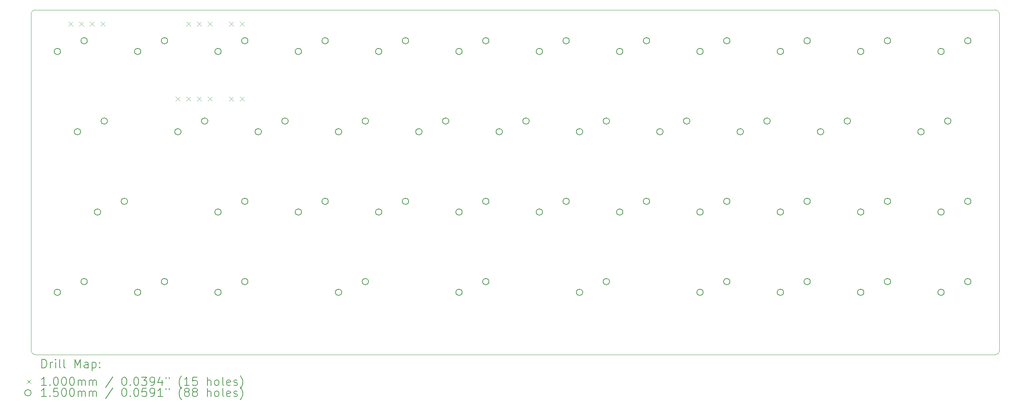
<source format=gbr>
%FSLAX45Y45*%
G04 Gerber Fmt 4.5, Leading zero omitted, Abs format (unit mm)*
G04 Created by KiCad (PCBNEW (6.0.2-0)) date 2022-07-23 12:51:56*
%MOMM*%
%LPD*%
G01*
G04 APERTURE LIST*
%TA.AperFunction,Profile*%
%ADD10C,0.050000*%
%TD*%
%ADD11C,0.200000*%
%ADD12C,0.100000*%
%ADD13C,0.150000*%
G04 APERTURE END LIST*
D10*
X9728200Y-11353800D02*
X9728200Y-19329400D01*
X9829800Y-11252200D02*
G75*
G03*
X9728200Y-11353800I0J-101600D01*
G01*
X32689800Y-11353800D02*
G75*
G03*
X32588200Y-11252200I-101600J0D01*
G01*
X9829800Y-11252200D02*
X32588200Y-11252200D01*
X32689800Y-11353800D02*
X32689800Y-19329400D01*
X32588200Y-19431000D02*
X9829800Y-19431000D01*
X32588200Y-19431000D02*
G75*
G03*
X32689800Y-19329400I0J101600D01*
G01*
X9728200Y-19329400D02*
G75*
G03*
X9829800Y-19431000I101600J0D01*
G01*
D11*
D12*
X10618000Y-11532400D02*
X10718000Y-11632400D01*
X10718000Y-11532400D02*
X10618000Y-11632400D01*
X10872000Y-11532400D02*
X10972000Y-11632400D01*
X10972000Y-11532400D02*
X10872000Y-11632400D01*
X11126000Y-11532400D02*
X11226000Y-11632400D01*
X11226000Y-11532400D02*
X11126000Y-11632400D01*
X11380000Y-11532400D02*
X11480000Y-11632400D01*
X11480000Y-11532400D02*
X11380000Y-11632400D01*
X13158000Y-13310400D02*
X13258000Y-13410400D01*
X13258000Y-13310400D02*
X13158000Y-13410400D01*
X13412000Y-11532400D02*
X13512000Y-11632400D01*
X13512000Y-11532400D02*
X13412000Y-11632400D01*
X13412000Y-13310400D02*
X13512000Y-13410400D01*
X13512000Y-13310400D02*
X13412000Y-13410400D01*
X13666000Y-11532400D02*
X13766000Y-11632400D01*
X13766000Y-11532400D02*
X13666000Y-11632400D01*
X13666000Y-13310400D02*
X13766000Y-13410400D01*
X13766000Y-13310400D02*
X13666000Y-13410400D01*
X13920000Y-11532400D02*
X14020000Y-11632400D01*
X14020000Y-11532400D02*
X13920000Y-11632400D01*
X13920000Y-13310400D02*
X14020000Y-13410400D01*
X14020000Y-13310400D02*
X13920000Y-13410400D01*
X14428000Y-11532400D02*
X14528000Y-11632400D01*
X14528000Y-11532400D02*
X14428000Y-11632400D01*
X14428000Y-13310400D02*
X14528000Y-13410400D01*
X14528000Y-13310400D02*
X14428000Y-13410400D01*
X14682000Y-11532400D02*
X14782000Y-11632400D01*
X14782000Y-11532400D02*
X14682000Y-11632400D01*
X14682000Y-13310400D02*
X14782000Y-13410400D01*
X14782000Y-13310400D02*
X14682000Y-13410400D01*
D13*
X10425500Y-12238000D02*
G75*
G03*
X10425500Y-12238000I-75000J0D01*
G01*
X10425500Y-17953000D02*
G75*
G03*
X10425500Y-17953000I-75000J0D01*
G01*
X10901750Y-14143000D02*
G75*
G03*
X10901750Y-14143000I-75000J0D01*
G01*
X11060500Y-11984000D02*
G75*
G03*
X11060500Y-11984000I-75000J0D01*
G01*
X11060500Y-17699000D02*
G75*
G03*
X11060500Y-17699000I-75000J0D01*
G01*
X11378000Y-16048000D02*
G75*
G03*
X11378000Y-16048000I-75000J0D01*
G01*
X11536750Y-13889000D02*
G75*
G03*
X11536750Y-13889000I-75000J0D01*
G01*
X12013000Y-15794000D02*
G75*
G03*
X12013000Y-15794000I-75000J0D01*
G01*
X12330500Y-12238000D02*
G75*
G03*
X12330500Y-12238000I-75000J0D01*
G01*
X12330500Y-17953000D02*
G75*
G03*
X12330500Y-17953000I-75000J0D01*
G01*
X12965500Y-11984000D02*
G75*
G03*
X12965500Y-11984000I-75000J0D01*
G01*
X12965500Y-17699000D02*
G75*
G03*
X12965500Y-17699000I-75000J0D01*
G01*
X13283000Y-14143000D02*
G75*
G03*
X13283000Y-14143000I-75000J0D01*
G01*
X13918000Y-13889000D02*
G75*
G03*
X13918000Y-13889000I-75000J0D01*
G01*
X14235500Y-12238000D02*
G75*
G03*
X14235500Y-12238000I-75000J0D01*
G01*
X14235500Y-16048000D02*
G75*
G03*
X14235500Y-16048000I-75000J0D01*
G01*
X14235500Y-17953000D02*
G75*
G03*
X14235500Y-17953000I-75000J0D01*
G01*
X14870500Y-11984000D02*
G75*
G03*
X14870500Y-11984000I-75000J0D01*
G01*
X14870500Y-15794000D02*
G75*
G03*
X14870500Y-15794000I-75000J0D01*
G01*
X14870500Y-17699000D02*
G75*
G03*
X14870500Y-17699000I-75000J0D01*
G01*
X15188000Y-14143000D02*
G75*
G03*
X15188000Y-14143000I-75000J0D01*
G01*
X15823000Y-13889000D02*
G75*
G03*
X15823000Y-13889000I-75000J0D01*
G01*
X16140500Y-12238000D02*
G75*
G03*
X16140500Y-12238000I-75000J0D01*
G01*
X16140500Y-16048000D02*
G75*
G03*
X16140500Y-16048000I-75000J0D01*
G01*
X16775500Y-11984000D02*
G75*
G03*
X16775500Y-11984000I-75000J0D01*
G01*
X16775500Y-15794000D02*
G75*
G03*
X16775500Y-15794000I-75000J0D01*
G01*
X17093000Y-14143000D02*
G75*
G03*
X17093000Y-14143000I-75000J0D01*
G01*
X17093000Y-17953000D02*
G75*
G03*
X17093000Y-17953000I-75000J0D01*
G01*
X17728000Y-13889000D02*
G75*
G03*
X17728000Y-13889000I-75000J0D01*
G01*
X17728000Y-17699000D02*
G75*
G03*
X17728000Y-17699000I-75000J0D01*
G01*
X18045500Y-12238000D02*
G75*
G03*
X18045500Y-12238000I-75000J0D01*
G01*
X18045500Y-16048000D02*
G75*
G03*
X18045500Y-16048000I-75000J0D01*
G01*
X18680500Y-11984000D02*
G75*
G03*
X18680500Y-11984000I-75000J0D01*
G01*
X18680500Y-15794000D02*
G75*
G03*
X18680500Y-15794000I-75000J0D01*
G01*
X18998000Y-14143000D02*
G75*
G03*
X18998000Y-14143000I-75000J0D01*
G01*
X19633000Y-13889000D02*
G75*
G03*
X19633000Y-13889000I-75000J0D01*
G01*
X19950500Y-12238000D02*
G75*
G03*
X19950500Y-12238000I-75000J0D01*
G01*
X19950500Y-16048000D02*
G75*
G03*
X19950500Y-16048000I-75000J0D01*
G01*
X19950500Y-17953000D02*
G75*
G03*
X19950500Y-17953000I-75000J0D01*
G01*
X20585500Y-11984000D02*
G75*
G03*
X20585500Y-11984000I-75000J0D01*
G01*
X20585500Y-15794000D02*
G75*
G03*
X20585500Y-15794000I-75000J0D01*
G01*
X20585500Y-17699000D02*
G75*
G03*
X20585500Y-17699000I-75000J0D01*
G01*
X20903000Y-14143000D02*
G75*
G03*
X20903000Y-14143000I-75000J0D01*
G01*
X21538000Y-13889000D02*
G75*
G03*
X21538000Y-13889000I-75000J0D01*
G01*
X21855500Y-12238000D02*
G75*
G03*
X21855500Y-12238000I-75000J0D01*
G01*
X21855500Y-16048000D02*
G75*
G03*
X21855500Y-16048000I-75000J0D01*
G01*
X22490500Y-11984000D02*
G75*
G03*
X22490500Y-11984000I-75000J0D01*
G01*
X22490500Y-15794000D02*
G75*
G03*
X22490500Y-15794000I-75000J0D01*
G01*
X22808000Y-14143000D02*
G75*
G03*
X22808000Y-14143000I-75000J0D01*
G01*
X22808000Y-17953000D02*
G75*
G03*
X22808000Y-17953000I-75000J0D01*
G01*
X23443000Y-13889000D02*
G75*
G03*
X23443000Y-13889000I-75000J0D01*
G01*
X23443000Y-17699000D02*
G75*
G03*
X23443000Y-17699000I-75000J0D01*
G01*
X23760500Y-12238000D02*
G75*
G03*
X23760500Y-12238000I-75000J0D01*
G01*
X23760500Y-16048000D02*
G75*
G03*
X23760500Y-16048000I-75000J0D01*
G01*
X24395500Y-11984000D02*
G75*
G03*
X24395500Y-11984000I-75000J0D01*
G01*
X24395500Y-15794000D02*
G75*
G03*
X24395500Y-15794000I-75000J0D01*
G01*
X24713000Y-14143000D02*
G75*
G03*
X24713000Y-14143000I-75000J0D01*
G01*
X25348000Y-13889000D02*
G75*
G03*
X25348000Y-13889000I-75000J0D01*
G01*
X25665500Y-12238000D02*
G75*
G03*
X25665500Y-12238000I-75000J0D01*
G01*
X25665500Y-16048000D02*
G75*
G03*
X25665500Y-16048000I-75000J0D01*
G01*
X25665500Y-17953000D02*
G75*
G03*
X25665500Y-17953000I-75000J0D01*
G01*
X26300500Y-11984000D02*
G75*
G03*
X26300500Y-11984000I-75000J0D01*
G01*
X26300500Y-15794000D02*
G75*
G03*
X26300500Y-15794000I-75000J0D01*
G01*
X26300500Y-17699000D02*
G75*
G03*
X26300500Y-17699000I-75000J0D01*
G01*
X26618000Y-14143000D02*
G75*
G03*
X26618000Y-14143000I-75000J0D01*
G01*
X27253000Y-13889000D02*
G75*
G03*
X27253000Y-13889000I-75000J0D01*
G01*
X27570500Y-12238000D02*
G75*
G03*
X27570500Y-12238000I-75000J0D01*
G01*
X27570500Y-16048000D02*
G75*
G03*
X27570500Y-16048000I-75000J0D01*
G01*
X27570500Y-17953000D02*
G75*
G03*
X27570500Y-17953000I-75000J0D01*
G01*
X28205500Y-11984000D02*
G75*
G03*
X28205500Y-11984000I-75000J0D01*
G01*
X28205500Y-15794000D02*
G75*
G03*
X28205500Y-15794000I-75000J0D01*
G01*
X28205500Y-17699000D02*
G75*
G03*
X28205500Y-17699000I-75000J0D01*
G01*
X28523000Y-14143000D02*
G75*
G03*
X28523000Y-14143000I-75000J0D01*
G01*
X29158000Y-13889000D02*
G75*
G03*
X29158000Y-13889000I-75000J0D01*
G01*
X29475500Y-12238000D02*
G75*
G03*
X29475500Y-12238000I-75000J0D01*
G01*
X29475500Y-16048000D02*
G75*
G03*
X29475500Y-16048000I-75000J0D01*
G01*
X29475500Y-17953000D02*
G75*
G03*
X29475500Y-17953000I-75000J0D01*
G01*
X30110500Y-11984000D02*
G75*
G03*
X30110500Y-11984000I-75000J0D01*
G01*
X30110500Y-15794000D02*
G75*
G03*
X30110500Y-15794000I-75000J0D01*
G01*
X30110500Y-17699000D02*
G75*
G03*
X30110500Y-17699000I-75000J0D01*
G01*
X30904250Y-14143000D02*
G75*
G03*
X30904250Y-14143000I-75000J0D01*
G01*
X31380500Y-12238000D02*
G75*
G03*
X31380500Y-12238000I-75000J0D01*
G01*
X31380500Y-16048000D02*
G75*
G03*
X31380500Y-16048000I-75000J0D01*
G01*
X31380500Y-17953000D02*
G75*
G03*
X31380500Y-17953000I-75000J0D01*
G01*
X31539250Y-13889000D02*
G75*
G03*
X31539250Y-13889000I-75000J0D01*
G01*
X32015500Y-11984000D02*
G75*
G03*
X32015500Y-11984000I-75000J0D01*
G01*
X32015500Y-15794000D02*
G75*
G03*
X32015500Y-15794000I-75000J0D01*
G01*
X32015500Y-17699000D02*
G75*
G03*
X32015500Y-17699000I-75000J0D01*
G01*
D11*
X9983319Y-19743976D02*
X9983319Y-19543976D01*
X10030938Y-19543976D01*
X10059510Y-19553500D01*
X10078557Y-19572548D01*
X10088081Y-19591595D01*
X10097605Y-19629690D01*
X10097605Y-19658262D01*
X10088081Y-19696357D01*
X10078557Y-19715405D01*
X10059510Y-19734452D01*
X10030938Y-19743976D01*
X9983319Y-19743976D01*
X10183319Y-19743976D02*
X10183319Y-19610643D01*
X10183319Y-19648738D02*
X10192843Y-19629690D01*
X10202367Y-19620167D01*
X10221414Y-19610643D01*
X10240462Y-19610643D01*
X10307129Y-19743976D02*
X10307129Y-19610643D01*
X10307129Y-19543976D02*
X10297605Y-19553500D01*
X10307129Y-19563024D01*
X10316652Y-19553500D01*
X10307129Y-19543976D01*
X10307129Y-19563024D01*
X10430938Y-19743976D02*
X10411890Y-19734452D01*
X10402367Y-19715405D01*
X10402367Y-19543976D01*
X10535700Y-19743976D02*
X10516652Y-19734452D01*
X10507129Y-19715405D01*
X10507129Y-19543976D01*
X10764271Y-19743976D02*
X10764271Y-19543976D01*
X10830938Y-19686833D01*
X10897605Y-19543976D01*
X10897605Y-19743976D01*
X11078557Y-19743976D02*
X11078557Y-19639214D01*
X11069033Y-19620167D01*
X11049986Y-19610643D01*
X11011890Y-19610643D01*
X10992843Y-19620167D01*
X11078557Y-19734452D02*
X11059510Y-19743976D01*
X11011890Y-19743976D01*
X10992843Y-19734452D01*
X10983319Y-19715405D01*
X10983319Y-19696357D01*
X10992843Y-19677310D01*
X11011890Y-19667786D01*
X11059510Y-19667786D01*
X11078557Y-19658262D01*
X11173795Y-19610643D02*
X11173795Y-19810643D01*
X11173795Y-19620167D02*
X11192843Y-19610643D01*
X11230938Y-19610643D01*
X11249986Y-19620167D01*
X11259509Y-19629690D01*
X11269033Y-19648738D01*
X11269033Y-19705881D01*
X11259509Y-19724929D01*
X11249986Y-19734452D01*
X11230938Y-19743976D01*
X11192843Y-19743976D01*
X11173795Y-19734452D01*
X11354748Y-19724929D02*
X11364271Y-19734452D01*
X11354748Y-19743976D01*
X11345224Y-19734452D01*
X11354748Y-19724929D01*
X11354748Y-19743976D01*
X11354748Y-19620167D02*
X11364271Y-19629690D01*
X11354748Y-19639214D01*
X11345224Y-19629690D01*
X11354748Y-19620167D01*
X11354748Y-19639214D01*
D12*
X9625700Y-20023500D02*
X9725700Y-20123500D01*
X9725700Y-20023500D02*
X9625700Y-20123500D01*
D11*
X10088081Y-20163976D02*
X9973795Y-20163976D01*
X10030938Y-20163976D02*
X10030938Y-19963976D01*
X10011890Y-19992548D01*
X9992843Y-20011595D01*
X9973795Y-20021119D01*
X10173795Y-20144929D02*
X10183319Y-20154452D01*
X10173795Y-20163976D01*
X10164271Y-20154452D01*
X10173795Y-20144929D01*
X10173795Y-20163976D01*
X10307129Y-19963976D02*
X10326176Y-19963976D01*
X10345224Y-19973500D01*
X10354748Y-19983024D01*
X10364271Y-20002071D01*
X10373795Y-20040167D01*
X10373795Y-20087786D01*
X10364271Y-20125881D01*
X10354748Y-20144929D01*
X10345224Y-20154452D01*
X10326176Y-20163976D01*
X10307129Y-20163976D01*
X10288081Y-20154452D01*
X10278557Y-20144929D01*
X10269033Y-20125881D01*
X10259510Y-20087786D01*
X10259510Y-20040167D01*
X10269033Y-20002071D01*
X10278557Y-19983024D01*
X10288081Y-19973500D01*
X10307129Y-19963976D01*
X10497605Y-19963976D02*
X10516652Y-19963976D01*
X10535700Y-19973500D01*
X10545224Y-19983024D01*
X10554748Y-20002071D01*
X10564271Y-20040167D01*
X10564271Y-20087786D01*
X10554748Y-20125881D01*
X10545224Y-20144929D01*
X10535700Y-20154452D01*
X10516652Y-20163976D01*
X10497605Y-20163976D01*
X10478557Y-20154452D01*
X10469033Y-20144929D01*
X10459510Y-20125881D01*
X10449986Y-20087786D01*
X10449986Y-20040167D01*
X10459510Y-20002071D01*
X10469033Y-19983024D01*
X10478557Y-19973500D01*
X10497605Y-19963976D01*
X10688081Y-19963976D02*
X10707129Y-19963976D01*
X10726176Y-19973500D01*
X10735700Y-19983024D01*
X10745224Y-20002071D01*
X10754748Y-20040167D01*
X10754748Y-20087786D01*
X10745224Y-20125881D01*
X10735700Y-20144929D01*
X10726176Y-20154452D01*
X10707129Y-20163976D01*
X10688081Y-20163976D01*
X10669033Y-20154452D01*
X10659510Y-20144929D01*
X10649986Y-20125881D01*
X10640462Y-20087786D01*
X10640462Y-20040167D01*
X10649986Y-20002071D01*
X10659510Y-19983024D01*
X10669033Y-19973500D01*
X10688081Y-19963976D01*
X10840462Y-20163976D02*
X10840462Y-20030643D01*
X10840462Y-20049690D02*
X10849986Y-20040167D01*
X10869033Y-20030643D01*
X10897605Y-20030643D01*
X10916652Y-20040167D01*
X10926176Y-20059214D01*
X10926176Y-20163976D01*
X10926176Y-20059214D02*
X10935700Y-20040167D01*
X10954748Y-20030643D01*
X10983319Y-20030643D01*
X11002367Y-20040167D01*
X11011890Y-20059214D01*
X11011890Y-20163976D01*
X11107129Y-20163976D02*
X11107129Y-20030643D01*
X11107129Y-20049690D02*
X11116652Y-20040167D01*
X11135700Y-20030643D01*
X11164271Y-20030643D01*
X11183319Y-20040167D01*
X11192843Y-20059214D01*
X11192843Y-20163976D01*
X11192843Y-20059214D02*
X11202367Y-20040167D01*
X11221414Y-20030643D01*
X11249986Y-20030643D01*
X11269033Y-20040167D01*
X11278557Y-20059214D01*
X11278557Y-20163976D01*
X11669033Y-19954452D02*
X11497605Y-20211595D01*
X11926176Y-19963976D02*
X11945224Y-19963976D01*
X11964271Y-19973500D01*
X11973795Y-19983024D01*
X11983319Y-20002071D01*
X11992843Y-20040167D01*
X11992843Y-20087786D01*
X11983319Y-20125881D01*
X11973795Y-20144929D01*
X11964271Y-20154452D01*
X11945224Y-20163976D01*
X11926176Y-20163976D01*
X11907128Y-20154452D01*
X11897605Y-20144929D01*
X11888081Y-20125881D01*
X11878557Y-20087786D01*
X11878557Y-20040167D01*
X11888081Y-20002071D01*
X11897605Y-19983024D01*
X11907128Y-19973500D01*
X11926176Y-19963976D01*
X12078557Y-20144929D02*
X12088081Y-20154452D01*
X12078557Y-20163976D01*
X12069033Y-20154452D01*
X12078557Y-20144929D01*
X12078557Y-20163976D01*
X12211890Y-19963976D02*
X12230938Y-19963976D01*
X12249986Y-19973500D01*
X12259509Y-19983024D01*
X12269033Y-20002071D01*
X12278557Y-20040167D01*
X12278557Y-20087786D01*
X12269033Y-20125881D01*
X12259509Y-20144929D01*
X12249986Y-20154452D01*
X12230938Y-20163976D01*
X12211890Y-20163976D01*
X12192843Y-20154452D01*
X12183319Y-20144929D01*
X12173795Y-20125881D01*
X12164271Y-20087786D01*
X12164271Y-20040167D01*
X12173795Y-20002071D01*
X12183319Y-19983024D01*
X12192843Y-19973500D01*
X12211890Y-19963976D01*
X12345224Y-19963976D02*
X12469033Y-19963976D01*
X12402367Y-20040167D01*
X12430938Y-20040167D01*
X12449986Y-20049690D01*
X12459509Y-20059214D01*
X12469033Y-20078262D01*
X12469033Y-20125881D01*
X12459509Y-20144929D01*
X12449986Y-20154452D01*
X12430938Y-20163976D01*
X12373795Y-20163976D01*
X12354748Y-20154452D01*
X12345224Y-20144929D01*
X12564271Y-20163976D02*
X12602367Y-20163976D01*
X12621414Y-20154452D01*
X12630938Y-20144929D01*
X12649986Y-20116357D01*
X12659509Y-20078262D01*
X12659509Y-20002071D01*
X12649986Y-19983024D01*
X12640462Y-19973500D01*
X12621414Y-19963976D01*
X12583319Y-19963976D01*
X12564271Y-19973500D01*
X12554748Y-19983024D01*
X12545224Y-20002071D01*
X12545224Y-20049690D01*
X12554748Y-20068738D01*
X12564271Y-20078262D01*
X12583319Y-20087786D01*
X12621414Y-20087786D01*
X12640462Y-20078262D01*
X12649986Y-20068738D01*
X12659509Y-20049690D01*
X12830938Y-20030643D02*
X12830938Y-20163976D01*
X12783319Y-19954452D02*
X12735700Y-20097310D01*
X12859509Y-20097310D01*
X12926176Y-19963976D02*
X12926176Y-20002071D01*
X13002367Y-19963976D02*
X13002367Y-20002071D01*
X13297605Y-20240167D02*
X13288081Y-20230643D01*
X13269033Y-20202071D01*
X13259509Y-20183024D01*
X13249986Y-20154452D01*
X13240462Y-20106833D01*
X13240462Y-20068738D01*
X13249986Y-20021119D01*
X13259509Y-19992548D01*
X13269033Y-19973500D01*
X13288081Y-19944929D01*
X13297605Y-19935405D01*
X13478557Y-20163976D02*
X13364271Y-20163976D01*
X13421414Y-20163976D02*
X13421414Y-19963976D01*
X13402367Y-19992548D01*
X13383319Y-20011595D01*
X13364271Y-20021119D01*
X13659509Y-19963976D02*
X13564271Y-19963976D01*
X13554748Y-20059214D01*
X13564271Y-20049690D01*
X13583319Y-20040167D01*
X13630938Y-20040167D01*
X13649986Y-20049690D01*
X13659509Y-20059214D01*
X13669033Y-20078262D01*
X13669033Y-20125881D01*
X13659509Y-20144929D01*
X13649986Y-20154452D01*
X13630938Y-20163976D01*
X13583319Y-20163976D01*
X13564271Y-20154452D01*
X13554748Y-20144929D01*
X13907128Y-20163976D02*
X13907128Y-19963976D01*
X13992843Y-20163976D02*
X13992843Y-20059214D01*
X13983319Y-20040167D01*
X13964271Y-20030643D01*
X13935700Y-20030643D01*
X13916652Y-20040167D01*
X13907128Y-20049690D01*
X14116652Y-20163976D02*
X14097605Y-20154452D01*
X14088081Y-20144929D01*
X14078557Y-20125881D01*
X14078557Y-20068738D01*
X14088081Y-20049690D01*
X14097605Y-20040167D01*
X14116652Y-20030643D01*
X14145224Y-20030643D01*
X14164271Y-20040167D01*
X14173795Y-20049690D01*
X14183319Y-20068738D01*
X14183319Y-20125881D01*
X14173795Y-20144929D01*
X14164271Y-20154452D01*
X14145224Y-20163976D01*
X14116652Y-20163976D01*
X14297605Y-20163976D02*
X14278557Y-20154452D01*
X14269033Y-20135405D01*
X14269033Y-19963976D01*
X14449986Y-20154452D02*
X14430938Y-20163976D01*
X14392843Y-20163976D01*
X14373795Y-20154452D01*
X14364271Y-20135405D01*
X14364271Y-20059214D01*
X14373795Y-20040167D01*
X14392843Y-20030643D01*
X14430938Y-20030643D01*
X14449986Y-20040167D01*
X14459509Y-20059214D01*
X14459509Y-20078262D01*
X14364271Y-20097310D01*
X14535700Y-20154452D02*
X14554748Y-20163976D01*
X14592843Y-20163976D01*
X14611890Y-20154452D01*
X14621414Y-20135405D01*
X14621414Y-20125881D01*
X14611890Y-20106833D01*
X14592843Y-20097310D01*
X14564271Y-20097310D01*
X14545224Y-20087786D01*
X14535700Y-20068738D01*
X14535700Y-20059214D01*
X14545224Y-20040167D01*
X14564271Y-20030643D01*
X14592843Y-20030643D01*
X14611890Y-20040167D01*
X14688081Y-20240167D02*
X14697605Y-20230643D01*
X14716652Y-20202071D01*
X14726176Y-20183024D01*
X14735700Y-20154452D01*
X14745224Y-20106833D01*
X14745224Y-20068738D01*
X14735700Y-20021119D01*
X14726176Y-19992548D01*
X14716652Y-19973500D01*
X14697605Y-19944929D01*
X14688081Y-19935405D01*
D13*
X9725700Y-20337500D02*
G75*
G03*
X9725700Y-20337500I-75000J0D01*
G01*
D11*
X10088081Y-20427976D02*
X9973795Y-20427976D01*
X10030938Y-20427976D02*
X10030938Y-20227976D01*
X10011890Y-20256548D01*
X9992843Y-20275595D01*
X9973795Y-20285119D01*
X10173795Y-20408929D02*
X10183319Y-20418452D01*
X10173795Y-20427976D01*
X10164271Y-20418452D01*
X10173795Y-20408929D01*
X10173795Y-20427976D01*
X10364271Y-20227976D02*
X10269033Y-20227976D01*
X10259510Y-20323214D01*
X10269033Y-20313690D01*
X10288081Y-20304167D01*
X10335700Y-20304167D01*
X10354748Y-20313690D01*
X10364271Y-20323214D01*
X10373795Y-20342262D01*
X10373795Y-20389881D01*
X10364271Y-20408929D01*
X10354748Y-20418452D01*
X10335700Y-20427976D01*
X10288081Y-20427976D01*
X10269033Y-20418452D01*
X10259510Y-20408929D01*
X10497605Y-20227976D02*
X10516652Y-20227976D01*
X10535700Y-20237500D01*
X10545224Y-20247024D01*
X10554748Y-20266071D01*
X10564271Y-20304167D01*
X10564271Y-20351786D01*
X10554748Y-20389881D01*
X10545224Y-20408929D01*
X10535700Y-20418452D01*
X10516652Y-20427976D01*
X10497605Y-20427976D01*
X10478557Y-20418452D01*
X10469033Y-20408929D01*
X10459510Y-20389881D01*
X10449986Y-20351786D01*
X10449986Y-20304167D01*
X10459510Y-20266071D01*
X10469033Y-20247024D01*
X10478557Y-20237500D01*
X10497605Y-20227976D01*
X10688081Y-20227976D02*
X10707129Y-20227976D01*
X10726176Y-20237500D01*
X10735700Y-20247024D01*
X10745224Y-20266071D01*
X10754748Y-20304167D01*
X10754748Y-20351786D01*
X10745224Y-20389881D01*
X10735700Y-20408929D01*
X10726176Y-20418452D01*
X10707129Y-20427976D01*
X10688081Y-20427976D01*
X10669033Y-20418452D01*
X10659510Y-20408929D01*
X10649986Y-20389881D01*
X10640462Y-20351786D01*
X10640462Y-20304167D01*
X10649986Y-20266071D01*
X10659510Y-20247024D01*
X10669033Y-20237500D01*
X10688081Y-20227976D01*
X10840462Y-20427976D02*
X10840462Y-20294643D01*
X10840462Y-20313690D02*
X10849986Y-20304167D01*
X10869033Y-20294643D01*
X10897605Y-20294643D01*
X10916652Y-20304167D01*
X10926176Y-20323214D01*
X10926176Y-20427976D01*
X10926176Y-20323214D02*
X10935700Y-20304167D01*
X10954748Y-20294643D01*
X10983319Y-20294643D01*
X11002367Y-20304167D01*
X11011890Y-20323214D01*
X11011890Y-20427976D01*
X11107129Y-20427976D02*
X11107129Y-20294643D01*
X11107129Y-20313690D02*
X11116652Y-20304167D01*
X11135700Y-20294643D01*
X11164271Y-20294643D01*
X11183319Y-20304167D01*
X11192843Y-20323214D01*
X11192843Y-20427976D01*
X11192843Y-20323214D02*
X11202367Y-20304167D01*
X11221414Y-20294643D01*
X11249986Y-20294643D01*
X11269033Y-20304167D01*
X11278557Y-20323214D01*
X11278557Y-20427976D01*
X11669033Y-20218452D02*
X11497605Y-20475595D01*
X11926176Y-20227976D02*
X11945224Y-20227976D01*
X11964271Y-20237500D01*
X11973795Y-20247024D01*
X11983319Y-20266071D01*
X11992843Y-20304167D01*
X11992843Y-20351786D01*
X11983319Y-20389881D01*
X11973795Y-20408929D01*
X11964271Y-20418452D01*
X11945224Y-20427976D01*
X11926176Y-20427976D01*
X11907128Y-20418452D01*
X11897605Y-20408929D01*
X11888081Y-20389881D01*
X11878557Y-20351786D01*
X11878557Y-20304167D01*
X11888081Y-20266071D01*
X11897605Y-20247024D01*
X11907128Y-20237500D01*
X11926176Y-20227976D01*
X12078557Y-20408929D02*
X12088081Y-20418452D01*
X12078557Y-20427976D01*
X12069033Y-20418452D01*
X12078557Y-20408929D01*
X12078557Y-20427976D01*
X12211890Y-20227976D02*
X12230938Y-20227976D01*
X12249986Y-20237500D01*
X12259509Y-20247024D01*
X12269033Y-20266071D01*
X12278557Y-20304167D01*
X12278557Y-20351786D01*
X12269033Y-20389881D01*
X12259509Y-20408929D01*
X12249986Y-20418452D01*
X12230938Y-20427976D01*
X12211890Y-20427976D01*
X12192843Y-20418452D01*
X12183319Y-20408929D01*
X12173795Y-20389881D01*
X12164271Y-20351786D01*
X12164271Y-20304167D01*
X12173795Y-20266071D01*
X12183319Y-20247024D01*
X12192843Y-20237500D01*
X12211890Y-20227976D01*
X12459509Y-20227976D02*
X12364271Y-20227976D01*
X12354748Y-20323214D01*
X12364271Y-20313690D01*
X12383319Y-20304167D01*
X12430938Y-20304167D01*
X12449986Y-20313690D01*
X12459509Y-20323214D01*
X12469033Y-20342262D01*
X12469033Y-20389881D01*
X12459509Y-20408929D01*
X12449986Y-20418452D01*
X12430938Y-20427976D01*
X12383319Y-20427976D01*
X12364271Y-20418452D01*
X12354748Y-20408929D01*
X12564271Y-20427976D02*
X12602367Y-20427976D01*
X12621414Y-20418452D01*
X12630938Y-20408929D01*
X12649986Y-20380357D01*
X12659509Y-20342262D01*
X12659509Y-20266071D01*
X12649986Y-20247024D01*
X12640462Y-20237500D01*
X12621414Y-20227976D01*
X12583319Y-20227976D01*
X12564271Y-20237500D01*
X12554748Y-20247024D01*
X12545224Y-20266071D01*
X12545224Y-20313690D01*
X12554748Y-20332738D01*
X12564271Y-20342262D01*
X12583319Y-20351786D01*
X12621414Y-20351786D01*
X12640462Y-20342262D01*
X12649986Y-20332738D01*
X12659509Y-20313690D01*
X12849986Y-20427976D02*
X12735700Y-20427976D01*
X12792843Y-20427976D02*
X12792843Y-20227976D01*
X12773795Y-20256548D01*
X12754748Y-20275595D01*
X12735700Y-20285119D01*
X12926176Y-20227976D02*
X12926176Y-20266071D01*
X13002367Y-20227976D02*
X13002367Y-20266071D01*
X13297605Y-20504167D02*
X13288081Y-20494643D01*
X13269033Y-20466071D01*
X13259509Y-20447024D01*
X13249986Y-20418452D01*
X13240462Y-20370833D01*
X13240462Y-20332738D01*
X13249986Y-20285119D01*
X13259509Y-20256548D01*
X13269033Y-20237500D01*
X13288081Y-20208929D01*
X13297605Y-20199405D01*
X13402367Y-20313690D02*
X13383319Y-20304167D01*
X13373795Y-20294643D01*
X13364271Y-20275595D01*
X13364271Y-20266071D01*
X13373795Y-20247024D01*
X13383319Y-20237500D01*
X13402367Y-20227976D01*
X13440462Y-20227976D01*
X13459509Y-20237500D01*
X13469033Y-20247024D01*
X13478557Y-20266071D01*
X13478557Y-20275595D01*
X13469033Y-20294643D01*
X13459509Y-20304167D01*
X13440462Y-20313690D01*
X13402367Y-20313690D01*
X13383319Y-20323214D01*
X13373795Y-20332738D01*
X13364271Y-20351786D01*
X13364271Y-20389881D01*
X13373795Y-20408929D01*
X13383319Y-20418452D01*
X13402367Y-20427976D01*
X13440462Y-20427976D01*
X13459509Y-20418452D01*
X13469033Y-20408929D01*
X13478557Y-20389881D01*
X13478557Y-20351786D01*
X13469033Y-20332738D01*
X13459509Y-20323214D01*
X13440462Y-20313690D01*
X13592843Y-20313690D02*
X13573795Y-20304167D01*
X13564271Y-20294643D01*
X13554748Y-20275595D01*
X13554748Y-20266071D01*
X13564271Y-20247024D01*
X13573795Y-20237500D01*
X13592843Y-20227976D01*
X13630938Y-20227976D01*
X13649986Y-20237500D01*
X13659509Y-20247024D01*
X13669033Y-20266071D01*
X13669033Y-20275595D01*
X13659509Y-20294643D01*
X13649986Y-20304167D01*
X13630938Y-20313690D01*
X13592843Y-20313690D01*
X13573795Y-20323214D01*
X13564271Y-20332738D01*
X13554748Y-20351786D01*
X13554748Y-20389881D01*
X13564271Y-20408929D01*
X13573795Y-20418452D01*
X13592843Y-20427976D01*
X13630938Y-20427976D01*
X13649986Y-20418452D01*
X13659509Y-20408929D01*
X13669033Y-20389881D01*
X13669033Y-20351786D01*
X13659509Y-20332738D01*
X13649986Y-20323214D01*
X13630938Y-20313690D01*
X13907128Y-20427976D02*
X13907128Y-20227976D01*
X13992843Y-20427976D02*
X13992843Y-20323214D01*
X13983319Y-20304167D01*
X13964271Y-20294643D01*
X13935700Y-20294643D01*
X13916652Y-20304167D01*
X13907128Y-20313690D01*
X14116652Y-20427976D02*
X14097605Y-20418452D01*
X14088081Y-20408929D01*
X14078557Y-20389881D01*
X14078557Y-20332738D01*
X14088081Y-20313690D01*
X14097605Y-20304167D01*
X14116652Y-20294643D01*
X14145224Y-20294643D01*
X14164271Y-20304167D01*
X14173795Y-20313690D01*
X14183319Y-20332738D01*
X14183319Y-20389881D01*
X14173795Y-20408929D01*
X14164271Y-20418452D01*
X14145224Y-20427976D01*
X14116652Y-20427976D01*
X14297605Y-20427976D02*
X14278557Y-20418452D01*
X14269033Y-20399405D01*
X14269033Y-20227976D01*
X14449986Y-20418452D02*
X14430938Y-20427976D01*
X14392843Y-20427976D01*
X14373795Y-20418452D01*
X14364271Y-20399405D01*
X14364271Y-20323214D01*
X14373795Y-20304167D01*
X14392843Y-20294643D01*
X14430938Y-20294643D01*
X14449986Y-20304167D01*
X14459509Y-20323214D01*
X14459509Y-20342262D01*
X14364271Y-20361310D01*
X14535700Y-20418452D02*
X14554748Y-20427976D01*
X14592843Y-20427976D01*
X14611890Y-20418452D01*
X14621414Y-20399405D01*
X14621414Y-20389881D01*
X14611890Y-20370833D01*
X14592843Y-20361310D01*
X14564271Y-20361310D01*
X14545224Y-20351786D01*
X14535700Y-20332738D01*
X14535700Y-20323214D01*
X14545224Y-20304167D01*
X14564271Y-20294643D01*
X14592843Y-20294643D01*
X14611890Y-20304167D01*
X14688081Y-20504167D02*
X14697605Y-20494643D01*
X14716652Y-20466071D01*
X14726176Y-20447024D01*
X14735700Y-20418452D01*
X14745224Y-20370833D01*
X14745224Y-20332738D01*
X14735700Y-20285119D01*
X14726176Y-20256548D01*
X14716652Y-20237500D01*
X14697605Y-20208929D01*
X14688081Y-20199405D01*
M02*

</source>
